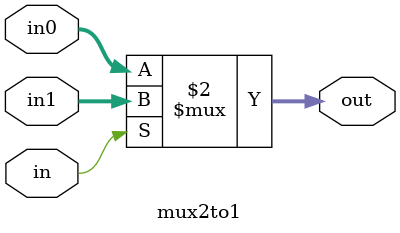
<source format=sv>
`timescale 1ns / 1ps


module mux2to1(
    output logic [3:0] out,
    input wire [3:0] in0,
    input wire [3:0] in1,
    input wire in
    );

    // in==1 will invoke left shift else right shift.
    assign out= (in==1) ? in1 : in0;
endmodule

</source>
